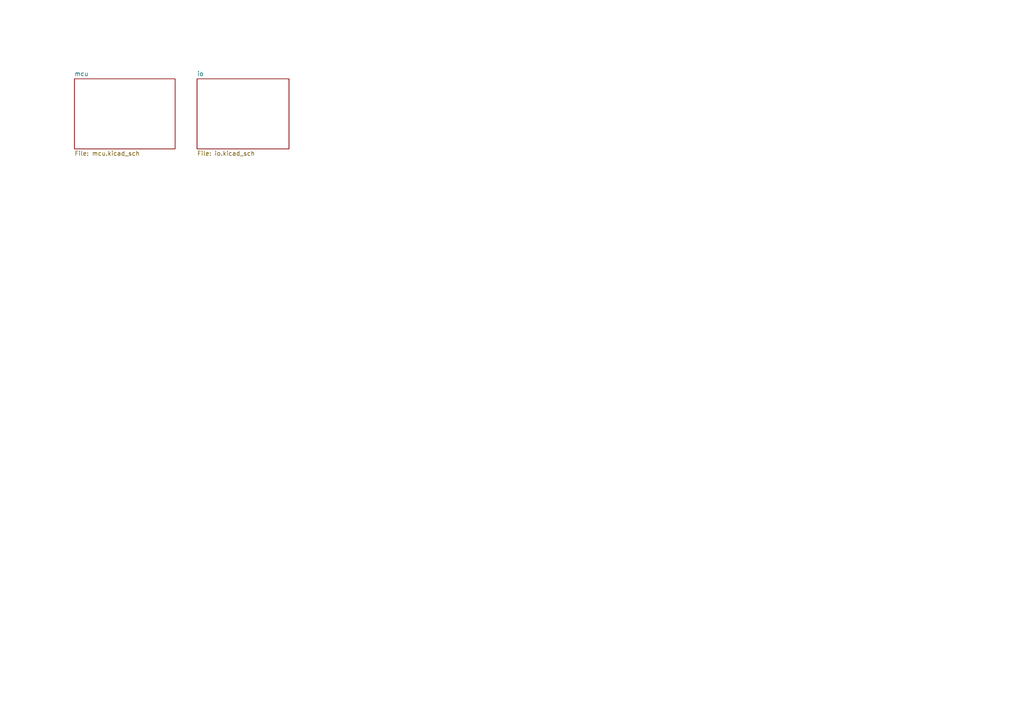
<source format=kicad_sch>
(kicad_sch
	(version 20231120)
	(generator "eeschema")
	(generator_version "8.0")
	(uuid "c46f0577-8378-47ed-a184-c512ebaa7448")
	(paper "A4")
	(lib_symbols)
	(sheet
		(at 21.59 22.86)
		(size 29.21 20.32)
		(fields_autoplaced yes)
		(stroke
			(width 0.1524)
			(type solid)
		)
		(fill
			(color 0 0 0 0.0000)
		)
		(uuid "cf4a56a0-87cc-48b2-b91a-72f3bf53d7c4")
		(property "Sheetname" "mcu"
			(at 21.59 22.1484 0)
			(effects
				(font
					(size 1.27 1.27)
				)
				(justify left bottom)
			)
		)
		(property "Sheetfile" "mcu.kicad_sch"
			(at 21.59 43.7646 0)
			(effects
				(font
					(size 1.27 1.27)
				)
				(justify left top)
			)
		)
		(instances
			(project "C1"
				(path "/c46f0577-8378-47ed-a184-c512ebaa7448"
					(page "2")
				)
			)
		)
	)
	(sheet
		(at 57.15 22.86)
		(size 26.67 20.32)
		(fields_autoplaced yes)
		(stroke
			(width 0.1524)
			(type solid)
		)
		(fill
			(color 0 0 0 0.0000)
		)
		(uuid "e27febe6-6c97-45cc-ad3b-41753af47407")
		(property "Sheetname" "io"
			(at 57.15 22.1484 0)
			(effects
				(font
					(size 1.27 1.27)
				)
				(justify left bottom)
			)
		)
		(property "Sheetfile" "io.kicad_sch"
			(at 57.15 43.7646 0)
			(effects
				(font
					(size 1.27 1.27)
				)
				(justify left top)
			)
		)
		(instances
			(project "C1"
				(path "/c46f0577-8378-47ed-a184-c512ebaa7448"
					(page "3")
				)
			)
		)
	)
	(sheet_instances
		(path "/"
			(page "1")
		)
	)
)

</source>
